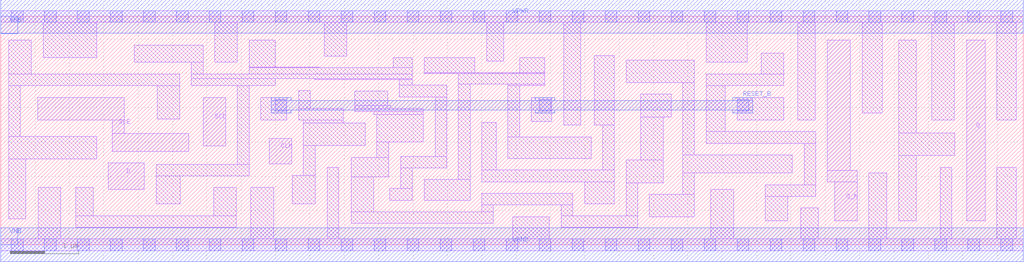
<source format=lef>
# Copyright 2020 The SkyWater PDK Authors
#
# Licensed under the Apache License, Version 2.0 (the "License");
# you may not use this file except in compliance with the License.
# You may obtain a copy of the License at
#
#     https://www.apache.org/licenses/LICENSE-2.0
#
# Unless required by applicable law or agreed to in writing, software
# distributed under the License is distributed on an "AS IS" BASIS,
# WITHOUT WARRANTIES OR CONDITIONS OF ANY KIND, either express or implied.
# See the License for the specific language governing permissions and
# limitations under the License.
#
# SPDX-License-Identifier: Apache-2.0

VERSION 5.5 ;
NAMESCASESENSITIVE ON ;
BUSBITCHARS "[]" ;
DIVIDERCHAR "/" ;
MACRO sky130_fd_sc_ms__sdfrbp_2
  CLASS CORE ;
  SOURCE USER ;
  ORIGIN  0.000000  0.000000 ;
  SIZE  14.88000 BY  3.330000 ;
  SYMMETRY X Y R90 ;
  SITE unit ;
  PIN D
    ANTENNAGATEAREA  0.159000 ;
    DIRECTION INPUT ;
    USE SIGNAL ;
    PORT
      LAYER li1 ;
        RECT 1.565000 0.810000 2.090000 1.190000 ;
    END
  END D
  PIN Q
    ANTENNADIFFAREA  0.543200 ;
    DIRECTION OUTPUT ;
    USE SIGNAL ;
    PORT
      LAYER li1 ;
        RECT 14.055000 0.350000 14.325000 2.980000 ;
    END
  END Q
  PIN Q_N
    ANTENNADIFFAREA  0.543200 ;
    DIRECTION OUTPUT ;
    USE SIGNAL ;
    PORT
      LAYER li1 ;
        RECT 12.030000 0.915000 12.465000 1.085000 ;
        RECT 12.030000 1.085000 12.360000 2.980000 ;
        RECT 12.135000 0.350000 12.465000 0.915000 ;
    END
  END Q_N
  PIN RESET_B
    ANTENNAGATEAREA  0.411000 ;
    DIRECTION INPUT ;
    USE SIGNAL ;
    PORT
      LAYER met1 ;
        RECT  3.935000 1.920000  4.225000 1.965000 ;
        RECT  3.935000 1.965000 10.945000 2.105000 ;
        RECT  3.935000 2.105000  4.225000 2.150000 ;
        RECT  7.775000 1.920000  8.065000 1.965000 ;
        RECT  7.775000 2.105000  8.065000 2.150000 ;
        RECT 10.655000 1.920000 10.945000 1.965000 ;
        RECT 10.655000 2.105000 10.945000 2.150000 ;
    END
  END RESET_B
  PIN SCD
    ANTENNAGATEAREA  0.159000 ;
    DIRECTION INPUT ;
    USE SIGNAL ;
    PORT
      LAYER li1 ;
        RECT 2.945000 1.440000 3.275000 2.150000 ;
    END
  END SCD
  PIN SCE
    ANTENNAGATEAREA  0.318000 ;
    DIRECTION INPUT ;
    USE SIGNAL ;
    PORT
      LAYER li1 ;
        RECT 0.540000 1.820000 1.795000 2.150000 ;
        RECT 1.625000 1.360000 2.735000 1.620000 ;
        RECT 1.625000 1.620000 1.795000 1.820000 ;
    END
  END SCE
  PIN CLK
    ANTENNAGATEAREA  0.261000 ;
    DIRECTION INPUT ;
    USE CLOCK ;
    PORT
      LAYER li1 ;
        RECT 3.905000 1.180000 4.235000 1.550000 ;
    END
  END CLK
  PIN VGND
    DIRECTION INOUT ;
    USE GROUND ;
    PORT
      LAYER met1 ;
        RECT 0.000000 -0.245000 14.880000 0.245000 ;
    END
  END VGND
  PIN VNB
    DIRECTION INOUT ;
    USE GROUND ;
    PORT
    END
  END VNB
  PIN VPB
    DIRECTION INOUT ;
    USE POWER ;
    PORT
    END
  END VPB
  PIN VNB
    DIRECTION INOUT ;
    USE GROUND ;
    PORT
      LAYER met1 ;
        RECT 0.000000 0.000000 0.250000 0.250000 ;
    END
  END VNB
  PIN VPB
    DIRECTION INOUT ;
    USE POWER ;
    PORT
      LAYER met1 ;
        RECT 0.000000 3.080000 0.250000 3.330000 ;
    END
  END VPB
  PIN VPWR
    DIRECTION INOUT ;
    USE POWER ;
    PORT
      LAYER met1 ;
        RECT 0.000000 3.085000 14.880000 3.575000 ;
    END
  END VPWR
  OBS
    LAYER li1 ;
      RECT  0.000000 -0.085000 14.880000 0.085000 ;
      RECT  0.000000  3.245000 14.880000 3.415000 ;
      RECT  0.115000  0.375000  0.365000 1.250000 ;
      RECT  0.115000  1.250000  1.395000 1.580000 ;
      RECT  0.115000  1.580000  0.285000 2.320000 ;
      RECT  0.115000  2.320000  2.605000 2.490000 ;
      RECT  0.115000  2.490000  0.445000 2.980000 ;
      RECT  0.545000  0.085000  0.875000 0.835000 ;
      RECT  0.615000  2.730000  1.400000 3.245000 ;
      RECT  1.095000  0.255000  3.430000 0.425000 ;
      RECT  1.095000  0.425000  1.345000 0.835000 ;
      RECT  1.940000  2.660000  2.945000 2.910000 ;
      RECT  2.260000  0.595000  2.610000 1.005000 ;
      RECT  2.260000  1.005000  3.615000 1.175000 ;
      RECT  2.275000  1.830000  2.605000 2.320000 ;
      RECT  2.775000  2.320000  3.995000 2.420000 ;
      RECT  2.775000  2.420000  5.985000 2.490000 ;
      RECT  2.775000  2.490000  2.945000 2.660000 ;
      RECT  3.100000  0.425000  3.430000 0.835000 ;
      RECT  3.115000  2.660000  3.445000 3.245000 ;
      RECT  3.445000  1.175000  3.615000 2.320000 ;
      RECT  3.615000  2.490000  5.985000 2.580000 ;
      RECT  3.615000  2.580000  4.645000 2.590000 ;
      RECT  3.615000  2.590000  3.995000 2.980000 ;
      RECT  3.640000  0.085000  3.970000 0.835000 ;
      RECT  3.785000  1.820000  4.165000 2.150000 ;
      RECT  4.240000  0.595000  4.575000 1.010000 ;
      RECT  4.335000  1.820000  4.985000 1.990000 ;
      RECT  4.335000  1.990000  4.505000 2.250000 ;
      RECT  4.405000  1.010000  4.575000 1.445000 ;
      RECT  4.405000  1.445000  5.305000 1.775000 ;
      RECT  4.405000  1.775000  4.985000 1.820000 ;
      RECT  4.570000  2.410000  5.985000 2.420000 ;
      RECT  4.705000  2.750000  5.035000 3.245000 ;
      RECT  4.750000  0.085000  4.920000 1.130000 ;
      RECT  5.100000  0.310000  7.170000 0.480000 ;
      RECT  5.100000  0.480000  5.430000 0.990000 ;
      RECT  5.100000  0.990000  5.645000 1.275000 ;
      RECT  5.155000  1.945000  6.150000 1.985000 ;
      RECT  5.155000  1.985000  5.675000 2.030000 ;
      RECT  5.155000  2.030000  5.630000 2.240000 ;
      RECT  5.430000  1.900000  6.150000 1.945000 ;
      RECT  5.475000  1.275000  5.645000 1.500000 ;
      RECT  5.475000  1.500000  6.150000 1.900000 ;
      RECT  5.660000  0.650000  5.990000 0.820000 ;
      RECT  5.710000  2.580000  5.985000 2.725000 ;
      RECT  5.800000  2.155000  6.490000 2.325000 ;
      RECT  5.800000  2.325000  5.985000 2.410000 ;
      RECT  5.820000  0.820000  5.990000 1.120000 ;
      RECT  5.820000  1.120000  6.490000 1.290000 ;
      RECT  6.160000  0.650000  6.830000 0.950000 ;
      RECT  6.160000  2.495000  7.915000 2.510000 ;
      RECT  6.160000  2.510000  6.900000 2.725000 ;
      RECT  6.320000  1.290000  6.490000 2.155000 ;
      RECT  6.660000  0.950000  6.830000 2.340000 ;
      RECT  6.660000  2.340000  7.915000 2.495000 ;
      RECT  7.000000  0.480000  7.170000 0.580000 ;
      RECT  7.000000  0.580000  8.325000 0.750000 ;
      RECT  7.000000  0.920000  8.930000 1.090000 ;
      RECT  7.000000  1.090000  7.210000 1.780000 ;
      RECT  7.070000  2.680000  7.320000 3.245000 ;
      RECT  7.380000  1.260000  8.590000 1.575000 ;
      RECT  7.380000  1.575000  7.550000 2.320000 ;
      RECT  7.380000  2.320000  7.915000 2.340000 ;
      RECT  7.450000  0.085000  7.985000 0.410000 ;
      RECT  7.550000  2.510000  7.915000 2.725000 ;
      RECT  7.720000  1.795000  8.020000 2.150000 ;
      RECT  8.155000  0.255000  9.270000 0.425000 ;
      RECT  8.155000  0.425000  8.325000 0.580000 ;
      RECT  8.190000  1.745000  8.440000 3.245000 ;
      RECT  8.495000  0.595000  8.930000 0.920000 ;
      RECT  8.640000  1.745000  8.930000 2.755000 ;
      RECT  8.760000  1.090000  8.930000 1.745000 ;
      RECT  9.100000  0.425000  9.270000 0.905000 ;
      RECT  9.100000  0.905000  9.640000 1.235000 ;
      RECT  9.100000  2.365000 10.095000 2.695000 ;
      RECT  9.310000  1.235000  9.640000 1.865000 ;
      RECT  9.310000  1.865000  9.755000 2.195000 ;
      RECT  9.440000  0.405000 10.095000 0.735000 ;
      RECT  9.925000  0.735000 10.095000 1.045000 ;
      RECT  9.925000  1.045000 11.520000 1.310000 ;
      RECT  9.925000  1.310000 10.095000 2.365000 ;
      RECT 10.265000  1.480000 11.860000 1.650000 ;
      RECT 10.265000  1.650000 10.545000 2.320000 ;
      RECT 10.265000  2.320000 11.395000 2.490000 ;
      RECT 10.265000  2.660000 10.860000 3.245000 ;
      RECT 10.335000  0.085000 10.665000 0.810000 ;
      RECT 10.715000  1.820000 11.395000 2.150000 ;
      RECT 11.065000  2.490000 11.395000 2.795000 ;
      RECT 11.125000  0.350000 11.455000 0.705000 ;
      RECT 11.125000  0.705000 11.860000 0.875000 ;
      RECT 11.600000  1.820000 11.850000 3.245000 ;
      RECT 11.645000  0.085000 11.895000 0.535000 ;
      RECT 11.690000  0.875000 11.860000 1.480000 ;
      RECT 12.540000  1.920000 12.830000 3.245000 ;
      RECT 12.635000  0.085000 12.895000 1.050000 ;
      RECT 13.065000  0.350000 13.325000 1.300000 ;
      RECT 13.065000  1.300000 13.885000 1.630000 ;
      RECT 13.065000  1.630000 13.325000 2.980000 ;
      RECT 13.545000  1.820000 13.875000 3.245000 ;
      RECT 13.670000  0.085000 13.840000 1.130000 ;
      RECT 14.495000  0.085000 14.780000 1.130000 ;
      RECT 14.495000  1.820000 14.775000 3.245000 ;
    LAYER mcon ;
      RECT  0.155000 -0.085000  0.325000 0.085000 ;
      RECT  0.155000  3.245000  0.325000 3.415000 ;
      RECT  0.635000 -0.085000  0.805000 0.085000 ;
      RECT  0.635000  3.245000  0.805000 3.415000 ;
      RECT  1.115000 -0.085000  1.285000 0.085000 ;
      RECT  1.115000  3.245000  1.285000 3.415000 ;
      RECT  1.595000 -0.085000  1.765000 0.085000 ;
      RECT  1.595000  3.245000  1.765000 3.415000 ;
      RECT  2.075000 -0.085000  2.245000 0.085000 ;
      RECT  2.075000  3.245000  2.245000 3.415000 ;
      RECT  2.555000 -0.085000  2.725000 0.085000 ;
      RECT  2.555000  3.245000  2.725000 3.415000 ;
      RECT  3.035000 -0.085000  3.205000 0.085000 ;
      RECT  3.035000  3.245000  3.205000 3.415000 ;
      RECT  3.515000 -0.085000  3.685000 0.085000 ;
      RECT  3.515000  3.245000  3.685000 3.415000 ;
      RECT  3.995000 -0.085000  4.165000 0.085000 ;
      RECT  3.995000  1.950000  4.165000 2.120000 ;
      RECT  3.995000  3.245000  4.165000 3.415000 ;
      RECT  4.475000 -0.085000  4.645000 0.085000 ;
      RECT  4.475000  3.245000  4.645000 3.415000 ;
      RECT  4.955000 -0.085000  5.125000 0.085000 ;
      RECT  4.955000  3.245000  5.125000 3.415000 ;
      RECT  5.435000 -0.085000  5.605000 0.085000 ;
      RECT  5.435000  3.245000  5.605000 3.415000 ;
      RECT  5.915000 -0.085000  6.085000 0.085000 ;
      RECT  5.915000  3.245000  6.085000 3.415000 ;
      RECT  6.395000 -0.085000  6.565000 0.085000 ;
      RECT  6.395000  3.245000  6.565000 3.415000 ;
      RECT  6.875000 -0.085000  7.045000 0.085000 ;
      RECT  6.875000  3.245000  7.045000 3.415000 ;
      RECT  7.355000 -0.085000  7.525000 0.085000 ;
      RECT  7.355000  3.245000  7.525000 3.415000 ;
      RECT  7.835000 -0.085000  8.005000 0.085000 ;
      RECT  7.835000  1.950000  8.005000 2.120000 ;
      RECT  7.835000  3.245000  8.005000 3.415000 ;
      RECT  8.315000 -0.085000  8.485000 0.085000 ;
      RECT  8.315000  3.245000  8.485000 3.415000 ;
      RECT  8.795000 -0.085000  8.965000 0.085000 ;
      RECT  8.795000  3.245000  8.965000 3.415000 ;
      RECT  9.275000 -0.085000  9.445000 0.085000 ;
      RECT  9.275000  3.245000  9.445000 3.415000 ;
      RECT  9.755000 -0.085000  9.925000 0.085000 ;
      RECT  9.755000  3.245000  9.925000 3.415000 ;
      RECT 10.235000 -0.085000 10.405000 0.085000 ;
      RECT 10.235000  3.245000 10.405000 3.415000 ;
      RECT 10.715000 -0.085000 10.885000 0.085000 ;
      RECT 10.715000  1.950000 10.885000 2.120000 ;
      RECT 10.715000  3.245000 10.885000 3.415000 ;
      RECT 11.195000 -0.085000 11.365000 0.085000 ;
      RECT 11.195000  3.245000 11.365000 3.415000 ;
      RECT 11.675000 -0.085000 11.845000 0.085000 ;
      RECT 11.675000  3.245000 11.845000 3.415000 ;
      RECT 12.155000 -0.085000 12.325000 0.085000 ;
      RECT 12.155000  3.245000 12.325000 3.415000 ;
      RECT 12.635000 -0.085000 12.805000 0.085000 ;
      RECT 12.635000  3.245000 12.805000 3.415000 ;
      RECT 13.115000 -0.085000 13.285000 0.085000 ;
      RECT 13.115000  3.245000 13.285000 3.415000 ;
      RECT 13.595000 -0.085000 13.765000 0.085000 ;
      RECT 13.595000  3.245000 13.765000 3.415000 ;
      RECT 14.075000 -0.085000 14.245000 0.085000 ;
      RECT 14.075000  3.245000 14.245000 3.415000 ;
      RECT 14.555000 -0.085000 14.725000 0.085000 ;
      RECT 14.555000  3.245000 14.725000 3.415000 ;
  END
END sky130_fd_sc_ms__sdfrbp_2
END LIBRARY

</source>
